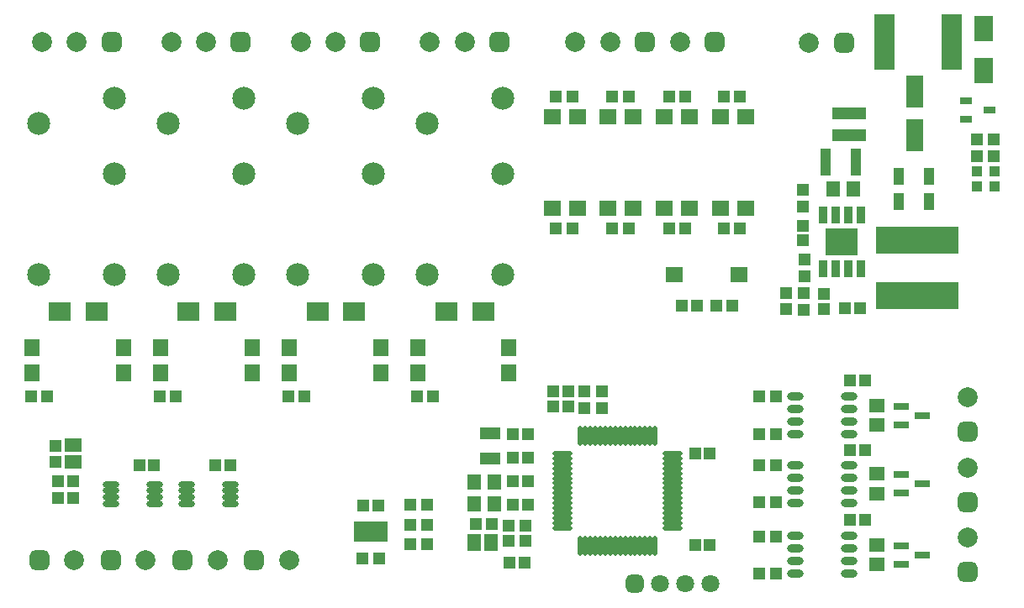
<source format=gts>
G04*
G04 #@! TF.GenerationSoftware,Altium Limited,Altium Designer,21.2.1 (34)*
G04*
G04 Layer_Color=8388736*
%FSLAX24Y24*%
%MOIN*%
G70*
G04*
G04 #@! TF.SameCoordinates,093661B1-31BE-42CD-8BD9-57EC7F8E6B73*
G04*
G04*
G04 #@! TF.FilePolarity,Negative*
G04*
G01*
G75*
%ADD53R,0.0749X0.0986*%
%ADD54R,0.0836X0.2226*%
%ADD55R,0.0454X0.0474*%
%ADD56R,0.0671X0.0631*%
%ADD57R,0.1340X0.0474*%
%ADD58R,0.0434X0.1064*%
%ADD59R,0.0710X0.1261*%
%ADD60R,0.0474X0.0316*%
%ADD61R,0.0474X0.0454*%
%ADD62R,0.0434X0.0710*%
%ADD63R,0.3308X0.1104*%
%ADD64R,0.0474X0.0493*%
%ADD65O,0.0198X0.0789*%
%ADD66O,0.0789X0.0198*%
%ADD67R,0.0493X0.0474*%
%ADD68R,0.0659X0.0549*%
%ADD69O,0.0651X0.0257*%
%ADD70R,0.0533X0.0631*%
%ADD71R,0.0549X0.0659*%
%ADD72R,0.0828X0.0513*%
%ADD73R,0.0592X0.0316*%
%ADD74O,0.0651X0.0316*%
%ADD75R,0.0631X0.0552*%
%ADD76R,0.0552X0.0828*%
%ADD77R,0.0395X0.0198*%
%ADD78R,0.0867X0.0749*%
%ADD79R,0.0631X0.0671*%
%ADD80R,0.0395X0.0395*%
%ADD81R,0.0336X0.0680*%
%ADD82R,0.1300X0.1104*%
%ADD83R,0.0552X0.0631*%
%ADD84C,0.0789*%
G04:AMPARAMS|DCode=85|XSize=78.9mil|YSize=78.9mil|CornerRadius=21.7mil|HoleSize=0mil|Usage=FLASHONLY|Rotation=180.000|XOffset=0mil|YOffset=0mil|HoleType=Round|Shape=RoundedRectangle|*
%AMROUNDEDRECTD85*
21,1,0.0789,0.0354,0,0,180.0*
21,1,0.0354,0.0789,0,0,180.0*
1,1,0.0434,-0.0177,0.0177*
1,1,0.0434,0.0177,0.0177*
1,1,0.0434,0.0177,-0.0177*
1,1,0.0434,-0.0177,-0.0177*
%
%ADD85ROUNDEDRECTD85*%
%ADD86C,0.0907*%
G04:AMPARAMS|DCode=87|XSize=78.9mil|YSize=78.9mil|CornerRadius=21.7mil|HoleSize=0mil|Usage=FLASHONLY|Rotation=90.000|XOffset=0mil|YOffset=0mil|HoleType=Round|Shape=RoundedRectangle|*
%AMROUNDEDRECTD87*
21,1,0.0789,0.0354,0,0,90.0*
21,1,0.0354,0.0789,0,0,90.0*
1,1,0.0434,0.0177,0.0177*
1,1,0.0434,0.0177,-0.0177*
1,1,0.0434,-0.0177,-0.0177*
1,1,0.0434,-0.0177,0.0177*
%
%ADD87ROUNDEDRECTD87*%
%ADD88C,0.0710*%
G04:AMPARAMS|DCode=89|XSize=71mil|YSize=71mil|CornerRadius=19.7mil|HoleSize=0mil|Usage=FLASHONLY|Rotation=0.000|XOffset=0mil|YOffset=0mil|HoleType=Round|Shape=RoundedRectangle|*
%AMROUNDEDRECTD89*
21,1,0.0710,0.0315,0,0,0.0*
21,1,0.0315,0.0710,0,0,0.0*
1,1,0.0395,0.0157,-0.0157*
1,1,0.0395,-0.0157,-0.0157*
1,1,0.0395,-0.0157,0.0157*
1,1,0.0395,0.0157,0.0157*
%
%ADD89ROUNDEDRECTD89*%
D53*
X38406Y44591D02*
D03*
Y46244D02*
D03*
D54*
X34500Y45717D02*
D03*
X37165D02*
D03*
D55*
X22112Y43559D02*
D03*
X21463D02*
D03*
X24353D02*
D03*
X23703D02*
D03*
X28108Y38311D02*
D03*
X28758D02*
D03*
X25944D02*
D03*
X26594D02*
D03*
X23703D02*
D03*
X24353D02*
D03*
X21463D02*
D03*
X22112D02*
D03*
X26594Y43559D02*
D03*
X25944D02*
D03*
X18280Y26571D02*
D03*
X18929D02*
D03*
X29533Y30146D02*
D03*
X30183D02*
D03*
X30183Y31650D02*
D03*
X29533D02*
D03*
X30183Y28925D02*
D03*
X29533D02*
D03*
X30183Y26083D02*
D03*
X29533D02*
D03*
X29533Y24618D02*
D03*
X30183D02*
D03*
X29533Y27437D02*
D03*
X30183D02*
D03*
X16350Y27350D02*
D03*
X15701D02*
D03*
X15701Y26553D02*
D03*
X16350D02*
D03*
X14455Y25236D02*
D03*
X13805D02*
D03*
X16350Y25776D02*
D03*
X15701D02*
D03*
X15947Y31657D02*
D03*
X16596D02*
D03*
X10847D02*
D03*
X11497D02*
D03*
X5747D02*
D03*
X6397D02*
D03*
X648D02*
D03*
X1297D02*
D03*
X28108Y43559D02*
D03*
X28758D02*
D03*
X27811Y35260D02*
D03*
X28461D02*
D03*
D56*
X23531Y39126D02*
D03*
X24532D02*
D03*
X23531Y42748D02*
D03*
X24532D02*
D03*
X21307Y39126D02*
D03*
X22307D02*
D03*
X21307Y42748D02*
D03*
X22307D02*
D03*
X25756Y39126D02*
D03*
X26756D02*
D03*
X25756Y42748D02*
D03*
X26756D02*
D03*
X28724Y36488D02*
D03*
X26165D02*
D03*
X28980Y42748D02*
D03*
X27980D02*
D03*
X28980Y39126D02*
D03*
X27980D02*
D03*
D57*
X33094Y42902D02*
D03*
Y42035D02*
D03*
D58*
X32142Y40945D02*
D03*
X33362D02*
D03*
D59*
X35673Y43764D02*
D03*
Y42031D02*
D03*
D60*
X37709Y43398D02*
D03*
Y42650D02*
D03*
X38654Y43024D02*
D03*
D61*
X38165Y41837D02*
D03*
Y41187D02*
D03*
X38835Y41187D02*
D03*
Y41837D02*
D03*
X31295Y35742D02*
D03*
Y35093D02*
D03*
X1622Y29689D02*
D03*
Y29039D02*
D03*
X23288Y31837D02*
D03*
Y31188D02*
D03*
X22576Y31851D02*
D03*
Y31201D02*
D03*
X30575Y35762D02*
D03*
Y35112D02*
D03*
X31252Y39846D02*
D03*
Y39197D02*
D03*
X31315Y36427D02*
D03*
Y37077D02*
D03*
D62*
X35039Y40394D02*
D03*
X36260D02*
D03*
Y39378D02*
D03*
X35039D02*
D03*
D63*
X35795Y37858D02*
D03*
Y35654D02*
D03*
D64*
X32079Y35708D02*
D03*
Y35118D02*
D03*
X21965Y31847D02*
D03*
Y31256D02*
D03*
X21340Y31855D02*
D03*
Y31264D02*
D03*
X20245Y25918D02*
D03*
Y26508D02*
D03*
X19603Y25918D02*
D03*
Y26508D02*
D03*
X31268Y38429D02*
D03*
Y37839D02*
D03*
D65*
X22438Y30095D02*
D03*
X22635D02*
D03*
X22832D02*
D03*
X23028D02*
D03*
X23225D02*
D03*
X23422D02*
D03*
X23619D02*
D03*
X23816D02*
D03*
X24013D02*
D03*
X24210D02*
D03*
X24406D02*
D03*
X24603D02*
D03*
X24800D02*
D03*
X24997D02*
D03*
X25194D02*
D03*
X25391D02*
D03*
Y25725D02*
D03*
X25194D02*
D03*
X24997D02*
D03*
X24800D02*
D03*
X24603D02*
D03*
X24406D02*
D03*
X24210D02*
D03*
X24013D02*
D03*
X23816D02*
D03*
X23619D02*
D03*
X23422D02*
D03*
X23225D02*
D03*
X23028D02*
D03*
X22832D02*
D03*
X22635D02*
D03*
X22438D02*
D03*
D66*
X26099Y29386D02*
D03*
Y29190D02*
D03*
Y28993D02*
D03*
Y28796D02*
D03*
Y28599D02*
D03*
Y28402D02*
D03*
Y28205D02*
D03*
Y28008D02*
D03*
Y27812D02*
D03*
Y27615D02*
D03*
Y27418D02*
D03*
Y27221D02*
D03*
Y27024D02*
D03*
Y26827D02*
D03*
Y26630D02*
D03*
Y26434D02*
D03*
X21729D02*
D03*
Y26630D02*
D03*
Y26827D02*
D03*
Y27024D02*
D03*
Y27221D02*
D03*
Y27418D02*
D03*
Y27615D02*
D03*
Y27812D02*
D03*
Y28008D02*
D03*
Y28205D02*
D03*
Y28402D02*
D03*
Y28599D02*
D03*
Y28796D02*
D03*
Y28993D02*
D03*
Y29190D02*
D03*
Y29386D02*
D03*
D67*
X2315Y28303D02*
D03*
X1724D02*
D03*
X2315Y27614D02*
D03*
X1724D02*
D03*
X26977Y25741D02*
D03*
X27568D02*
D03*
X26981Y29394D02*
D03*
X27572D02*
D03*
X20217Y25059D02*
D03*
X19626D02*
D03*
X19751Y28296D02*
D03*
X20341D02*
D03*
X20341Y29233D02*
D03*
X19751D02*
D03*
X19751Y27347D02*
D03*
X20341D02*
D03*
X20341Y30138D02*
D03*
X19751D02*
D03*
X33709Y29532D02*
D03*
X33118D02*
D03*
X33709Y32280D02*
D03*
X33118D02*
D03*
X33709Y26768D02*
D03*
X33118D02*
D03*
X13830Y27325D02*
D03*
X14421D02*
D03*
X4945Y28921D02*
D03*
X5535D02*
D03*
X7969D02*
D03*
X8559D02*
D03*
X33516Y35154D02*
D03*
X32925D02*
D03*
X26461Y35264D02*
D03*
X27051D02*
D03*
D68*
X2319Y29732D02*
D03*
Y29059D02*
D03*
D69*
X6827Y28165D02*
D03*
Y27909D02*
D03*
Y27654D02*
D03*
Y27398D02*
D03*
X8559Y28165D02*
D03*
Y27909D02*
D03*
Y27654D02*
D03*
Y27398D02*
D03*
X3807Y28165D02*
D03*
Y27909D02*
D03*
Y27654D02*
D03*
Y27398D02*
D03*
X5539Y28165D02*
D03*
Y27909D02*
D03*
Y27654D02*
D03*
Y27398D02*
D03*
D70*
X19023Y27378D02*
D03*
Y28245D02*
D03*
X18235Y27378D02*
D03*
Y28245D02*
D03*
D71*
X18217Y25850D02*
D03*
X18890D02*
D03*
D72*
X18849Y29193D02*
D03*
Y30178D02*
D03*
D73*
X35980Y25358D02*
D03*
X35154Y24984D02*
D03*
Y25732D02*
D03*
X35980Y28189D02*
D03*
X35154Y27815D02*
D03*
Y28563D02*
D03*
X35976Y30878D02*
D03*
X35150Y30504D02*
D03*
Y31252D02*
D03*
D74*
X30947Y31646D02*
D03*
Y31146D02*
D03*
Y30646D02*
D03*
Y30146D02*
D03*
X33093Y31646D02*
D03*
Y31146D02*
D03*
Y30646D02*
D03*
Y30146D02*
D03*
X30951Y28926D02*
D03*
Y28426D02*
D03*
Y27926D02*
D03*
Y27426D02*
D03*
X33096Y28926D02*
D03*
Y28426D02*
D03*
Y27926D02*
D03*
Y27426D02*
D03*
X30951Y26111D02*
D03*
Y25611D02*
D03*
Y25111D02*
D03*
Y24611D02*
D03*
X33096Y26111D02*
D03*
Y25611D02*
D03*
Y25111D02*
D03*
Y24611D02*
D03*
D75*
X34205Y31291D02*
D03*
Y30504D02*
D03*
Y25760D02*
D03*
Y24972D02*
D03*
X34205Y28579D02*
D03*
Y27791D02*
D03*
D76*
X14126Y26276D02*
D03*
D77*
X13654Y25980D02*
D03*
Y26177D02*
D03*
Y26374D02*
D03*
Y26571D02*
D03*
X14598D02*
D03*
Y26374D02*
D03*
Y26177D02*
D03*
Y25980D02*
D03*
D78*
X18583Y35035D02*
D03*
X17126D02*
D03*
X13470D02*
D03*
X12013D02*
D03*
X8357D02*
D03*
X6900D02*
D03*
X3244D02*
D03*
X1787D02*
D03*
D79*
X15980Y33598D02*
D03*
Y32598D02*
D03*
X19602Y33598D02*
D03*
Y32598D02*
D03*
X5797Y33598D02*
D03*
Y32598D02*
D03*
X9419Y33598D02*
D03*
Y32598D02*
D03*
X10888Y33598D02*
D03*
Y32598D02*
D03*
X14511Y33598D02*
D03*
Y32598D02*
D03*
X705Y33598D02*
D03*
Y32598D02*
D03*
X4327Y33598D02*
D03*
Y32598D02*
D03*
D80*
X38839Y40596D02*
D03*
Y39986D02*
D03*
X38161Y39980D02*
D03*
Y40591D02*
D03*
D81*
X33553Y38839D02*
D03*
X33053D02*
D03*
X32553D02*
D03*
X32053D02*
D03*
Y36704D02*
D03*
X32553D02*
D03*
X33053D02*
D03*
X33553D02*
D03*
D82*
X32803Y37772D02*
D03*
D83*
X33256Y39878D02*
D03*
X32469D02*
D03*
D84*
X31500Y45693D02*
D03*
X7592Y45720D02*
D03*
X6214D02*
D03*
X2465D02*
D03*
X1087D02*
D03*
X12719D02*
D03*
X11341D02*
D03*
X17846D02*
D03*
X16468D02*
D03*
X26378Y45736D02*
D03*
X23614D02*
D03*
X22236D02*
D03*
X37787Y26055D02*
D03*
X37787Y28831D02*
D03*
X37783Y31630D02*
D03*
X10874Y25142D02*
D03*
X8040D02*
D03*
X5201D02*
D03*
X2355D02*
D03*
D85*
X32878Y45693D02*
D03*
X8970Y45720D02*
D03*
X3843D02*
D03*
X14097D02*
D03*
X19224D02*
D03*
X27756Y45736D02*
D03*
X24992D02*
D03*
X9497Y25142D02*
D03*
X6662D02*
D03*
X3823D02*
D03*
X977D02*
D03*
D86*
X961Y36492D02*
D03*
Y42492D02*
D03*
X3961Y43492D02*
D03*
Y40492D02*
D03*
Y36492D02*
D03*
X9091D02*
D03*
Y40492D02*
D03*
Y43492D02*
D03*
X6091Y42492D02*
D03*
Y36492D02*
D03*
X11220D02*
D03*
Y42492D02*
D03*
X14220Y43492D02*
D03*
Y40492D02*
D03*
Y36492D02*
D03*
X16350D02*
D03*
Y42492D02*
D03*
X19350Y43492D02*
D03*
Y40492D02*
D03*
Y36492D02*
D03*
D87*
X37787Y24677D02*
D03*
X37787Y27453D02*
D03*
X37783Y30252D02*
D03*
D88*
X25575Y24217D02*
D03*
X26575D02*
D03*
X27575D02*
D03*
D89*
X24575D02*
D03*
M02*

</source>
